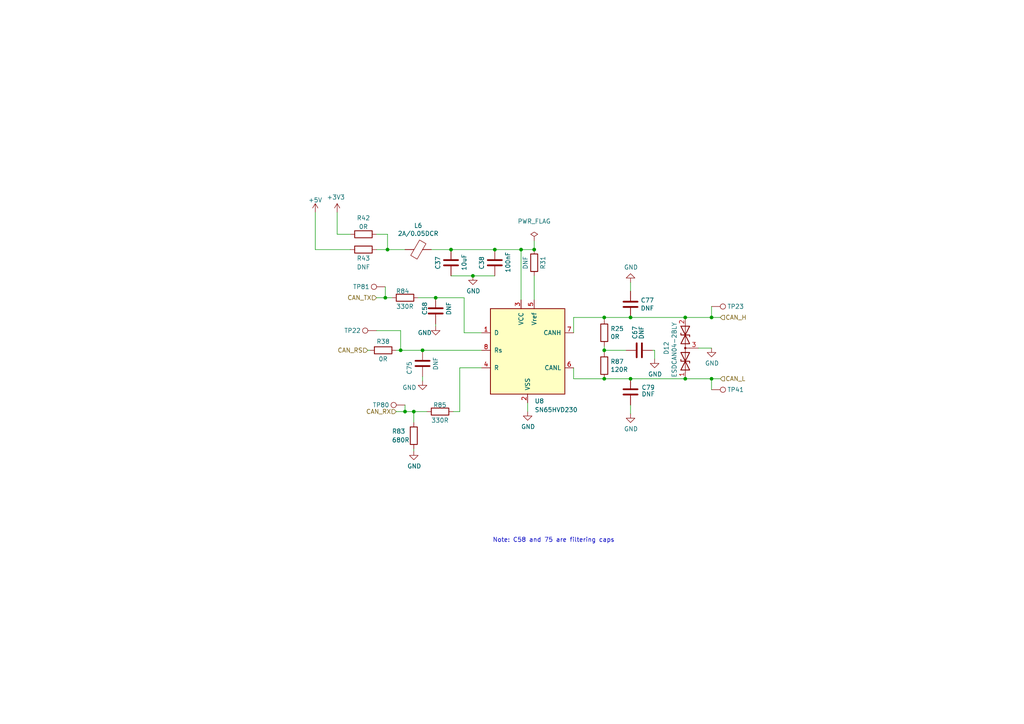
<source format=kicad_sch>
(kicad_sch (version 20211123) (generator eeschema)
  (paper "A4")
  (title_block (title "Open Smart Monitor") (date "2022-07-01") (rev "C") (company "Devtank LTD") (comment 1 "Part No: 304-010"))
  (lib_symbols
    (symbol "Device:C" (pin_numbers hide) (pin_names (offset 0.254))
      (property "Reference" "C" (at 0.635 2.54 0))
      (property "Value" "C" (at 0.635 -2.54 0))
      (symbol "C_0_1"
        (polyline (pts (xy -2.032 -0.762) (xy 2.032 -0.762)) (stroke (width 0.508)))
        (polyline (pts (xy -2.032 0.762) (xy 2.032 0.762)) (stroke (width 0.508)))
      )
      (symbol "C_1_1"
        (pin passive line (at 0 3.81 270) (length 2.794) (name "~") (number "1"))
        (pin passive line (at 0 -3.81 90) (length 2.794) (name "~") (number "2"))
      )
    )
    (symbol "Device:D_TVS_Dual_AAC" (pin_names (offset 1.016) hide)
      (property "Reference" "D" (at 0 4.445 0))
      (property "Value" "D_TVS_Dual_AAC" (at 0 2.54 0))
      (symbol "D_TVS_Dual_AAC_0_0"
        (polyline (pts (xy 0 -1.27) (xy 0 0)))
      )
      (symbol "D_TVS_Dual_AAC_0_1"
        (polyline (pts (xy -6.35 0) (xy 6.35 0)))
        (polyline (pts (xy -3.302 1.27) (xy -3.81 1.27) (xy -3.81 -1.27) (xy -4.318 -1.27)) (stroke (width 0.254)))
        (polyline (pts (xy 4.318 1.27) (xy 3.81 1.27) (xy 3.81 -1.27) (xy 3.302 -1.27)) (stroke (width 0.254)))
        (polyline (pts (xy -6.35 1.27) (xy -1.27 -1.27) (xy -1.27 1.27) (xy -6.35 -1.27) (xy -6.35 1.27)) (stroke (width 0.254)))
        (polyline (pts (xy 6.35 1.27) (xy 1.27 -1.27) (xy 1.27 1.27) (xy 6.35 -1.27) (xy 6.35 1.27)) (stroke (width 0.254)))
        (circle (center 0 0) (radius 0.254) (fill (type outline)))
      )
      (symbol "D_TVS_Dual_AAC_1_1"
        (pin passive line (at -8.89 0 0) (length 2.54) (name "A1") (number "1"))
        (pin passive line (at 8.89 0 180) (length 2.54) (name "A2") (number "2"))
        (pin input line (at 0 -3.81 90) (length 2.54) (name "common") (number "3"))
      )
    )
    (symbol "Device:FerriteBead" (pin_numbers hide) (pin_names (offset 0))
      (property "Reference" "FB" (at -3.81 0.635 90))
      (property "Value" "FerriteBead" (at 3.81 0 90))
      (symbol "FerriteBead_0_1"
        (polyline (pts (xy 0 -1.27) (xy 0 -1.2192)))
        (polyline (pts (xy 0 1.27) (xy 0 1.2954)))
        (polyline (pts (xy -2.7686 0.4064) (xy -1.7018 2.2606) (xy 2.7686 -0.3048) (xy 1.6764 -2.159) (xy -2.7686 0.4064)))
      )
      (symbol "FerriteBead_1_1"
        (pin passive line (at 0 3.81 270) (length 2.54) (name "~") (number "1"))
        (pin passive line (at 0 -3.81 90) (length 2.54) (name "~") (number "2"))
      )
    )
    (symbol "Device:R" (pin_numbers hide) (pin_names (offset 0))
      (property "Reference" "R" (at 2.032 0 90))
      (property "Value" "R" (at 0 0 90))
      (symbol "R_0_1"
        (rectangle (start -1.016 -2.54) (end 1.016 2.54) (stroke (width 0.254)))
      )
      (symbol "R_1_1"
        (pin passive line (at 0 3.81 270) (length 1.27) (name "~") (number "1"))
        (pin passive line (at 0 -3.81 90) (length 1.27) (name "~") (number "2"))
      )
    )
    (symbol "Devtank:SN65HVD230" (pin_names (offset 1.016))
      (property "Reference" "U" (at 4.445 17.145 0))
      (property "Value" "SN65HVD230" (at 4.445 14.605 0))
      (symbol "SN65HVD230_0_1"
        (rectangle (start -10.795 12.7) (end 10.795 -12.065) (stroke (width 0.254)) (fill (type background)))
      )
      (symbol "SN65HVD230_1_1"
        (pin input line (at -13.335 5.715 0) (length 2.54) (name "D") (number "1"))
        (pin power_in line (at 0 -14.605 90) (length 2.54) (name "VSS") (number "2"))
        (pin power_in line (at -1.905 15.24 270) (length 2.54) (name "VCC") (number "3"))
        (pin output line (at -13.335 -4.445 0) (length 2.54) (name "R") (number "4"))
        (pin power_out line (at 1.905 15.24 270) (length 2.54) (name "Vref") (number "5"))
        (pin bidirectional line (at 13.335 -4.445 180) (length 2.54) (name "CANL") (number "6"))
        (pin bidirectional line (at 13.335 5.715 180) (length 2.54) (name "CANH") (number "7"))
        (pin input line (at -13.335 0.635 0) (length 2.54) (name "Rs") (number "8"))
      )
    )
    (symbol "OSM_env01-rescue:Test_Point-Connector-ESP32-EVB_Rev_D-rescue" (pin_numbers hide) (pin_names (offset 0.762) hide)
      (property "Reference" "TP" (at 0 6.858 0))
      (property "Value" "Test_Point-Connector-ESP32-EVB_Rev_D-rescue" (at 0 5.08 0))
      (symbol "Test_Point-Connector-ESP32-EVB_Rev_D-rescue_0_1"
        (circle (center 0 3.302) (radius 0.762))
      )
      (symbol "Test_Point-Connector-ESP32-EVB_Rev_D-rescue_1_1"
        (pin passive line (at 0 0 90) (length 2.54) (name "1") (number "1"))
      )
    )
    (symbol "OSM_env01:+5V" (power) (pin_names (offset 0))
      (property "Value" "+5V" (at 0 3.556 0))
      (symbol "+5V_0_1"
        (polyline (pts (xy -0.762 1.27) (xy 0 2.54)))
        (polyline (pts (xy 0 0) (xy 0 2.54)))
        (polyline (pts (xy 0 2.54) (xy 0.762 1.27)))
      )
      (symbol "+5V_1_1"
        (pin power_in line (at 0 0 90) (length 0) hide (name "+5V") (number "1"))
      )
    )
    (symbol "power:+3V3" (power) (pin_names (offset 0))
      (property "Value" "+3V3" (at 0 3.556 0))
      (symbol "+3V3_0_1"
        (polyline (pts (xy -0.762 1.27) (xy 0 2.54)))
        (polyline (pts (xy 0 0) (xy 0 2.54)))
        (polyline (pts (xy 0 2.54) (xy 0.762 1.27)))
      )
      (symbol "+3V3_1_1"
        (pin power_in line (at 0 0 90) (length 0) hide (name "+3V3") (number "1"))
      )
    )
    (symbol "power:GND" (power) (pin_names (offset 0))
      (property "Value" "GND" (at 0 -3.81 0))
      (symbol "GND_0_1"
        (polyline (pts (xy 0 0) (xy 0 -1.27) (xy 1.27 -1.27) (xy 0 -2.54) (xy -1.27 -1.27) (xy 0 -1.27)))
      )
      (symbol "GND_1_1"
        (pin power_in line (at 0 0 270) (length 0) hide (name "GND") (number "1"))
      )
    )
    (symbol "power:PWR_FLAG" (power) (pin_numbers hide) (pin_names (offset 0) hide)
      (property "Value" "PWR_FLAG" (at 0 3.81 0))
      (symbol "PWR_FLAG_0_0"
        (pin power_out line (at 0 0 90) (length 0) (name "pwr") (number "1"))
      )
      (symbol "PWR_FLAG_0_1"
        (polyline (pts (xy 0 0) (xy 0 1.27) (xy -1.016 1.905) (xy 0 2.54) (xy 1.016 1.905) (xy 0 1.27)))
      )
    )
  )
  (junction (at 175.26 101.6))
  (junction (at 122.555 101.6))
  (junction (at 130.81 72.39))
  (junction (at 182.88 92.075))
  (junction (at 137.16 80.01))
  (junction (at 116.205 101.6))
  (junction (at 112.395 72.39))
  (junction (at 198.755 109.855))
  (junction (at 154.94 72.39))
  (junction (at 151.13 72.39))
  (junction (at 143.51 72.39))
  (junction (at 182.88 109.855))
  (junction (at 198.755 92.075))
  (junction (at 126.365 86.36))
  (junction (at 206.375 92.075))
  (junction (at 120.015 119.38))
  (junction (at 117.475 119.38))
  (junction (at 175.26 109.855))
  (junction (at 175.26 92.075))
  (junction (at 111.76 86.36))
  (junction (at 206.375 109.855))
  (wire (pts (xy 106.68 101.6) (xy 107.315 101.6)))
  (wire (pts (xy 166.37 109.855) (xy 175.26 109.855)))
  (wire (pts (xy 116.205 101.6) (xy 122.555 101.6)))
  (wire (pts (xy 121.285 86.36) (xy 126.365 86.36)))
  (wire (pts (xy 130.81 80.01) (xy 137.16 80.01)))
  (wire (pts (xy 101.6 67.945) (xy 97.79 67.945)))
  (wire (pts (xy 134.62 86.36) (xy 126.365 86.36)))
  (wire (pts (xy 139.7 96.52) (xy 134.62 96.52)))
  (wire (pts (xy 143.51 72.39) (xy 151.13 72.39)))
  (wire (pts (xy 153.035 119.38) (xy 153.035 116.84)))
  (wire (pts (xy 109.22 95.885) (xy 116.205 95.885)))
  (wire (pts (xy 182.88 109.855) (xy 198.755 109.855)))
  (wire (pts (xy 117.475 117.475) (xy 117.475 119.38)))
  (wire (pts (xy 182.88 109.855) (xy 175.26 109.855)))
  (wire (pts (xy 154.94 86.995) (xy 154.94 80.01)))
  (wire (pts (xy 202.565 100.965) (xy 206.375 100.965)))
  (wire (pts (xy 126.365 94.615) (xy 126.365 93.98)))
  (wire (pts (xy 91.44 61.595) (xy 91.44 72.39)))
  (wire (pts (xy 133.35 106.68) (xy 139.7 106.68)))
  (wire (pts (xy 166.37 92.075) (xy 166.37 96.52)))
  (wire (pts (xy 151.13 86.995) (xy 151.13 72.39)))
  (wire (pts (xy 120.015 122.555) (xy 120.015 119.38)))
  (wire (pts (xy 116.205 95.885) (xy 116.205 101.6)))
  (wire (pts (xy 175.26 92.075) (xy 166.37 92.075)))
  (wire (pts (xy 112.395 67.945) (xy 112.395 72.39)))
  (wire (pts (xy 189.865 101.6) (xy 189.865 104.14)))
  (wire (pts (xy 112.395 67.945) (xy 109.22 67.945)))
  (wire (pts (xy 109.22 72.39) (xy 112.395 72.39)))
  (wire (pts (xy 166.37 106.68) (xy 166.37 109.855)))
  (wire (pts (xy 97.79 61.595) (xy 97.79 67.945)))
  (wire (pts (xy 114.935 119.38) (xy 117.475 119.38)))
  (wire (pts (xy 113.665 86.36) (xy 111.76 86.36)))
  (wire (pts (xy 175.26 92.075) (xy 175.26 92.71)))
  (wire (pts (xy 137.16 80.01) (xy 143.51 80.01)))
  (wire (pts (xy 133.35 106.68) (xy 133.35 119.38)))
  (wire (pts (xy 175.26 102.235) (xy 175.26 101.6)))
  (wire (pts (xy 181.61 101.6) (xy 175.26 101.6)))
  (wire (pts (xy 182.88 84.455) (xy 182.88 81.915)))
  (wire (pts (xy 101.6 72.39) (xy 91.44 72.39)))
  (wire (pts (xy 111.76 86.36) (xy 109.22 86.36)))
  (wire (pts (xy 206.375 88.9) (xy 206.375 92.075)))
  (wire (pts (xy 198.755 92.075) (xy 206.375 92.075)))
  (wire (pts (xy 182.88 92.075) (xy 198.755 92.075)))
  (wire (pts (xy 111.76 83.185) (xy 111.76 86.36)))
  (wire (pts (xy 175.26 101.6) (xy 175.26 100.33)))
  (wire (pts (xy 206.375 113.03) (xy 206.375 109.855)))
  (wire (pts (xy 206.375 92.075) (xy 208.915 92.075)))
  (wire (pts (xy 182.88 117.475) (xy 182.88 120.015)))
  (wire (pts (xy 154.94 72.39) (xy 154.94 69.85)))
  (wire (pts (xy 117.475 72.39) (xy 112.395 72.39)))
  (wire (pts (xy 122.555 101.6) (xy 139.7 101.6)))
  (wire (pts (xy 130.81 72.39) (xy 143.51 72.39)))
  (wire (pts (xy 198.755 109.855) (xy 206.375 109.855)))
  (wire (pts (xy 182.88 92.075) (xy 175.26 92.075)))
  (wire (pts (xy 125.095 72.39) (xy 130.81 72.39)))
  (wire (pts (xy 151.13 72.39) (xy 154.94 72.39)))
  (wire (pts (xy 131.445 119.38) (xy 133.35 119.38)))
  (wire (pts (xy 117.475 119.38) (xy 120.015 119.38)))
  (wire (pts (xy 134.62 96.52) (xy 134.62 86.36)))
  (wire (pts (xy 122.555 110.49) (xy 122.555 109.22)))
  (wire (pts (xy 116.205 101.6) (xy 114.935 101.6)))
  (wire (pts (xy 206.375 109.855) (xy 208.915 109.855)))
  (wire (pts (xy 120.015 119.38) (xy 123.825 119.38)))
  (wire (pts (xy 189.23 101.6) (xy 189.865 101.6)))
  (wire (pts (xy 120.015 130.81) (xy 120.015 130.175)))
  (text "Note: C58 and 75 are filtering caps" (at 142.875 157.48 0) (effects (font (size 1.27 1.27)) (justify left bottom)))
  (hierarchical_label "CAN_RX" (shape input) (at 114.935 119.38 180))
  (hierarchical_label "CAN_L" (shape input) (at 208.915 109.855 0))
  (hierarchical_label "CAN_H" (shape input) (at 208.915 92.075 0))
  (hierarchical_label "CAN_RS" (shape input) (at 106.68 101.6 180))
  (hierarchical_label "CAN_TX" (shape input) (at 109.22 86.36 180))
  (symbol (lib_id "Device:R") (at 117.475 86.36 90) (unit 1)
    (property "Reference" "R84" (at 118.745 84.455 90) (effects (justify left)))
    (property "Value" "330R" (at 120.015 88.9 90) (effects (justify left)))
    (property "Footprint" "Resistor_SMD:R_0603_1608Metric" (effects hide))
  )
  (symbol (lib_id "Device:R") (at 127.635 119.38 90) (unit 1)
    (property "Reference" "R85" (at 129.54 117.475 90) (effects (justify left)))
    (property "Value" "330R" (at 130.175 121.92 90) (effects (justify left)))
    (property "Footprint" "Resistor_SMD:R_0603_1608Metric" (effects hide))
  )
  (symbol (lib_id "Device:R") (at 120.015 126.365 0) (unit 1)
    (property "Reference" "R83" (at 113.665 125.095 0) (effects (justify left)))
    (property "Value" "680R" (at 113.665 127.635 0) (effects (justify left)))
    (property "Footprint" "Resistor_SMD:R_0603_1608Metric" (effects hide))
  )
  (symbol (lib_id "Device:R") (at 175.26 106.045 0) (unit 1)
    (property "Reference" "R87" (at 177.038 104.8766 0) (effects (justify left)))
    (property "Value" "120R" (at 177.038 107.188 0) (effects (justify left)))
    (property "Footprint" "Resistor_SMD:R_0603_1608Metric" (effects hide))
  )
  (symbol (lib_id "Device:C") (at 130.81 76.2 180) (unit 1)
    (property "Reference" "C37" (at 127 74.295 90) (effects (justify left)))
    (property "Value" "10uF" (at 134.62 73.66 90) (effects (justify left)))
    (property "Footprint" "Capacitor_SMD:C_0603_1608Metric" (effects hide))
  )
  (symbol (lib_id "Device:C") (at 143.51 76.2 180) (unit 1)
    (property "Reference" "C38" (at 139.7 74.295 90) (effects (justify left)))
    (property "Value" "100nF" (at 147.32 73.025 90) (effects (justify left)))
    (property "Footprint" "Capacitor_SMD:C_0402_1005Metric" (effects hide))
  )
  (symbol (lib_id "power:GND") (at 137.16 80.01 0) (unit 1)
    (property "Reference" "#PWR065" (effects hide))
    (property "Value" "GND" (at 137.287 84.4042 0))
  )
  (symbol (lib_id "power:GND") (at 120.015 130.81 0) (unit 1)
    (property "Reference" "#PWR061" (effects hide))
    (property "Value" "GND" (at 120.142 135.2042 0))
  )
  (symbol (lib_id "power:GND") (at 122.555 110.49 0) (unit 1)
    (property "Reference" "#PWR060" (effects hide))
    (property "Value" "GND" (at 118.745 112.395 0))
  )
  (symbol (lib_id "power:GND") (at 153.035 119.38 0) (unit 1)
    (property "Reference" "#PWR063" (effects hide))
    (property "Value" "GND" (at 153.162 123.7742 0))
  )
  (symbol (lib_id "OSM_env01-rescue:Test_Point-Connector-ESP32-EVB_Rev_D-rescue") (at 111.76 83.185 90) (mirror x) (unit 1)
    (property "Reference" "TP81" (at 104.775 83.185 90))
    (property "Value" "Test_Point" (effects hide))
    (property "Footprint" "TestPoint:TestPoint_THTPad_D1.0mm_Drill0.5mm" (effects hide))
  )
  (symbol (lib_id "OSM_env01-rescue:Test_Point-Connector-ESP32-EVB_Rev_D-rescue") (at 117.475 117.475 90) (mirror x) (unit 1)
    (property "Reference" "TP80" (at 110.49 117.475 90))
    (property "Value" "Test_Point" (effects hide))
    (property "Footprint" "TestPoint:TestPoint_THTPad_D1.0mm_Drill0.5mm" (effects hide))
  )
  (symbol (lib_id "Device:C") (at 126.365 90.17 0) (unit 1)
    (property "Reference" "C58" (at 123.19 91.44 90) (effects (justify left)))
    (property "Value" "DNF" (at 130.175 91.44 90) (effects (justify left)))
    (property "Footprint" "Capacitor_SMD:C_0603_1608Metric" (effects hide))
  )
  (symbol (lib_id "power:GND") (at 126.365 94.615 0) (unit 1)
    (property "Reference" "#PWR032" (effects hide))
    (property "Value" "GND" (at 123.19 96.52 0))
  )
  (symbol (lib_id "Device:R") (at 154.94 76.2 180) (unit 1)
    (property "Reference" "R31" (at 157.48 76.2 90))
    (property "Value" "DNF" (at 152.4 76.2 90))
    (property "Footprint" "Resistor_SMD:R_0603_1608Metric" (effects hide))
  )
  (symbol (lib_id "Device:R") (at 111.125 101.6 270) (unit 1)
    (property "Reference" "R38" (at 111.125 99.06 90))
    (property "Value" "0R" (at 111.125 104.14 90))
    (property "Footprint" "Resistor_SMD:R_0603_1608Metric" (effects hide))
  )
  (symbol (lib_id "Device:C") (at 122.555 105.41 180) (unit 1)
    (property "Reference" "C75" (at 118.745 104.775 90) (effects (justify left)))
    (property "Value" "DNF" (at 126.365 103.505 90) (effects (justify left)))
    (property "Footprint" "Capacitor_SMD:C_0603_1608Metric" (effects hide))
  )
  (symbol (lib_id "Device:D_TVS_Dual_AAC") (at 198.755 100.965 90) (unit 1)
    (property "Reference" "D12" (at 193.2686 100.965 0))
    (property "Value" "ESDCAN04-2BLY " (at 195.58 100.965 0))
    (property "Footprint" "Package_TO_SOT_SMD:SOT-23" (effects hide))
  )
  (symbol (lib_id "Device:C") (at 182.88 88.265 0) (unit 1)
    (property "Reference" "C77" (at 185.801 87.0966 0) (effects (justify left)))
    (property "Value" "DNF" (at 185.801 89.408 0) (effects (justify left)))
    (property "Footprint" "Capacitor_SMD:C_0603_1608Metric" (effects hide))
  )
  (symbol (lib_id "power:GND") (at 182.88 81.915 0) (mirror x) (unit 1)
    (property "Reference" "#PWR0145" (effects hide))
    (property "Value" "GND" (at 183.007 77.5208 0))
  )
  (symbol (lib_id "Device:C") (at 182.88 113.665 0) (mirror x) (unit 1)
    (property "Reference" "C79" (at 186.055 112.395 0) (effects (justify left)))
    (property "Value" "DNF" (at 186.055 114.3 0) (effects (justify left)))
    (property "Footprint" "Capacitor_SMD:C_0603_1608Metric" (effects hide))
  )
  (symbol (lib_id "power:GND") (at 182.88 120.015 0) (unit 1)
    (property "Reference" "#PWR0146" (effects hide))
    (property "Value" "GND" (at 183.007 124.4092 0))
  )
  (symbol (lib_id "power:PWR_FLAG") (at 154.94 69.85 0) (unit 1)
    (property "Reference" "#FLG0105" (effects hide))
    (property "Value" "PWR_FLAG" (at 154.94 64.1858 0))
  )
  (symbol (lib_id "power:GND") (at 206.375 100.965 0) (unit 1)
    (property "Reference" "#PWR0147" (effects hide))
    (property "Value" "GND" (at 206.502 105.3592 0))
  )
  (symbol (lib_id "Device:FerriteBead") (at 121.285 72.39 270) (unit 1)
    (property "Reference" "L6" (at 121.285 65.4304 90))
    (property "Value" "2A/0.05DCR" (at 121.285 67.7418 90))
    (property "Footprint" "Inductor_SMD:L_0402_1005Metric" (effects hide))
  )
  (symbol (lib_id "OSM_env01-rescue:Test_Point-Connector-ESP32-EVB_Rev_D-rescue") (at 109.22 95.885 90) (mirror x) (unit 1)
    (property "Reference" "TP22" (at 102.235 95.885 90))
    (property "Value" "Test_Point" (effects hide))
    (property "Footprint" "TestPoint:TestPoint_THTPad_D1.0mm_Drill0.5mm" (effects hide))
  )
  (symbol (lib_id "OSM_env01-rescue:Test_Point-Connector-ESP32-EVB_Rev_D-rescue") (at 206.375 88.9 270) (unit 1)
    (property "Reference" "TP23" (at 213.36 88.9 90))
    (property "Value" "Test_Point" (effects hide))
    (property "Footprint" "TestPoint:TestPoint_THTPad_D1.0mm_Drill0.5mm" (effects hide))
  )
  (symbol (lib_id "OSM_env01-rescue:Test_Point-Connector-ESP32-EVB_Rev_D-rescue") (at 206.375 113.03 270) (unit 1)
    (property "Reference" "TP41" (at 213.36 113.03 90))
    (property "Value" "Test_Point" (effects hide))
    (property "Footprint" "TestPoint:TestPoint_THTPad_D1.0mm_Drill0.5mm" (effects hide))
  )
  (symbol (lib_id "Device:R") (at 175.26 96.52 0) (unit 1)
    (property "Reference" "R25" (at 177.038 95.3516 0) (effects (justify left)))
    (property "Value" "0R" (at 177.038 97.663 0) (effects (justify left)))
    (property "Footprint" "Resistor_SMD:R_0603_1608Metric" (effects hide))
  )
  (symbol (lib_id "Device:C") (at 185.42 101.6 270) (mirror x) (unit 1)
    (property "Reference" "C67" (at 184.15 98.425 0) (effects (justify left)))
    (property "Value" "DNF" (at 186.055 98.425 0) (effects (justify left)))
    (property "Footprint" "Capacitor_SMD:C_0603_1608Metric" (effects hide))
  )
  (symbol (lib_id "power:GND") (at 189.865 104.14 0) (unit 1)
    (property "Reference" "#PWR078" (effects hide))
    (property "Value" "GND" (at 189.992 108.5342 0))
  )
  (symbol (lib_id "Device:R") (at 105.41 67.945 270) (mirror x) (unit 1)
    (property "Reference" "R42" (at 105.41 63.2292 90))
    (property "Value" "0R" (at 105.41 65.7661 90))
    (property "Footprint" "Resistor_SMD:R_0603_1608Metric" (effects hide))
  )
  (symbol (lib_id "OSM_env01:+5V") (at 91.44 61.595 0) (mirror y) (unit 1)
    (property "Reference" "#PWR010" (effects hide))
    (property "Value" "+5V" (at 91.44 58.0192 0))
  )
  (symbol (lib_id "Device:R") (at 105.41 72.39 270) (mirror x) (unit 1)
    (property "Reference" "R43" (at 105.41 74.93 90))
    (property "Value" "DNF" (at 105.41 77.47 90))
    (property "Footprint" "Resistor_SMD:R_0603_1608Metric" (effects hide))
  )
  (symbol (lib_id "power:+3V3") (at 97.79 61.595 0) (mirror y) (unit 1)
    (property "Reference" "#PWR024" (effects hide))
    (property "Value" "+3V3" (at 97.409 57.2008 0))
  )
  (symbol (lib_id "Devtank:SN65HVD230") (at 153.035 102.235 0) (unit 1)
    (property "Reference" "U8" (at 155.0544 116.3304 0) (effects (justify left)))
    (property "Value" "SN65HVD230" (at 155.0544 118.8673 0) (effects (justify left)))
    (property "Footprint" "Package_SO:SOIC-8_3.9x4.9mm_P1.27mm" (effects hide))
  )
)
</source>
